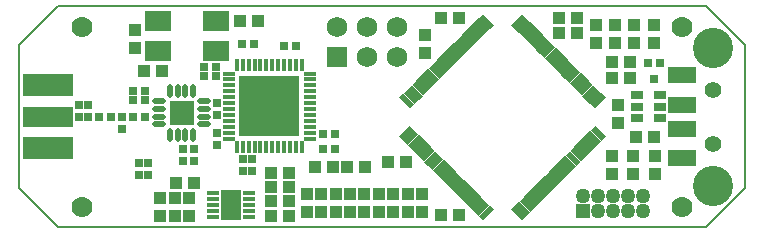
<source format=gts>
G04 (created by PCBNEW-RS274X (2010-12-28 BZR 2695)-testing) date Sun Apr 24 11:48:03 2011*
G01*
G70*
G90*
%MOIN*%
G04 Gerber Fmt 3.4, Leading zero omitted, Abs format*
%FSLAX34Y34*%
G04 APERTURE LIST*
%ADD10C,0.008000*%
%ADD11R,0.165500X0.067100*%
%ADD12R,0.165500X0.076900*%
%ADD13R,0.030000X0.030000*%
%ADD14R,0.089700X0.071000*%
%ADD15R,0.068000X0.068000*%
%ADD16C,0.068000*%
%ADD17C,0.070000*%
%ADD18R,0.042000X0.042000*%
%ADD19R,0.050000X0.050000*%
%ADD20C,0.050000*%
%ADD21R,0.030000X0.028000*%
%ADD22R,0.031600X0.031600*%
%ADD23R,0.039500X0.029700*%
%ADD24O,0.041000X0.016600*%
%ADD25O,0.016600X0.041000*%
%ADD26R,0.200900X0.200900*%
%ADD27O,0.045000X0.019400*%
%ADD28O,0.019400X0.045000*%
%ADD29R,0.081000X0.081000*%
%ADD30O,0.043600X0.016600*%
%ADD31R,0.070600X0.100100*%
%ADD32R,0.096600X0.055200*%
%ADD33C,0.055200*%
%ADD34C,0.134000*%
G04 APERTURE END LIST*
G54D10*
X19200Y-14320D02*
X40800Y-14320D01*
X40800Y-21680D02*
X19200Y-21680D01*
X17900Y-20380D02*
X17900Y-15620D01*
X42100Y-20380D02*
X42100Y-15620D01*
X17900Y-20380D02*
X19200Y-21680D01*
X42100Y-20380D02*
X40800Y-21680D01*
X42100Y-15620D02*
X40800Y-14320D01*
X17900Y-15620D02*
X19200Y-14320D01*
G54D11*
X18837Y-18000D03*
G54D12*
X18837Y-16951D03*
X18837Y-19049D03*
G54D13*
X20966Y-18000D03*
X20566Y-18000D03*
G54D14*
X22531Y-15792D03*
X24469Y-14808D03*
X24469Y-15792D03*
X22531Y-14808D03*
G54D10*
G36*
X34792Y-21301D02*
X34656Y-21437D01*
X34294Y-21075D01*
X34430Y-20939D01*
X34792Y-21301D01*
X34792Y-21301D01*
G37*
G36*
X34931Y-21161D02*
X34795Y-21297D01*
X34433Y-20935D01*
X34569Y-20799D01*
X34931Y-21161D01*
X34931Y-21161D01*
G37*
G36*
X35071Y-21022D02*
X34935Y-21158D01*
X34573Y-20796D01*
X34709Y-20660D01*
X35071Y-21022D01*
X35071Y-21022D01*
G37*
G36*
X35209Y-20883D02*
X35073Y-21019D01*
X34711Y-20657D01*
X34847Y-20521D01*
X35209Y-20883D01*
X35209Y-20883D01*
G37*
G36*
X35349Y-20744D02*
X35213Y-20880D01*
X34851Y-20518D01*
X34987Y-20382D01*
X35349Y-20744D01*
X35349Y-20744D01*
G37*
G36*
X35488Y-20605D02*
X35352Y-20741D01*
X34990Y-20379D01*
X35126Y-20243D01*
X35488Y-20605D01*
X35488Y-20605D01*
G37*
G36*
X35627Y-20466D02*
X35491Y-20602D01*
X35129Y-20240D01*
X35265Y-20104D01*
X35627Y-20466D01*
X35627Y-20466D01*
G37*
G36*
X35766Y-20326D02*
X35630Y-20462D01*
X35268Y-20100D01*
X35404Y-19964D01*
X35766Y-20326D01*
X35766Y-20326D01*
G37*
G36*
X35906Y-20187D02*
X35770Y-20323D01*
X35408Y-19961D01*
X35544Y-19825D01*
X35906Y-20187D01*
X35906Y-20187D01*
G37*
G36*
X36045Y-20048D02*
X35909Y-20184D01*
X35547Y-19822D01*
X35683Y-19686D01*
X36045Y-20048D01*
X36045Y-20048D01*
G37*
G36*
X36184Y-19909D02*
X36048Y-20045D01*
X35686Y-19683D01*
X35822Y-19547D01*
X36184Y-19909D01*
X36184Y-19909D01*
G37*
G36*
X36323Y-19770D02*
X36187Y-19906D01*
X35825Y-19544D01*
X35961Y-19408D01*
X36323Y-19770D01*
X36323Y-19770D01*
G37*
G36*
X36462Y-19630D02*
X36326Y-19766D01*
X35964Y-19404D01*
X36100Y-19268D01*
X36462Y-19630D01*
X36462Y-19630D01*
G37*
G36*
X36602Y-19491D02*
X36466Y-19627D01*
X36104Y-19265D01*
X36240Y-19129D01*
X36602Y-19491D01*
X36602Y-19491D01*
G37*
G36*
X36741Y-19352D02*
X36605Y-19488D01*
X36243Y-19126D01*
X36379Y-18990D01*
X36741Y-19352D01*
X36741Y-19352D01*
G37*
G36*
X36880Y-19213D02*
X36744Y-19349D01*
X36382Y-18987D01*
X36518Y-18851D01*
X36880Y-19213D01*
X36880Y-19213D01*
G37*
G36*
X37019Y-19073D02*
X36883Y-19209D01*
X36521Y-18847D01*
X36657Y-18711D01*
X37019Y-19073D01*
X37019Y-19073D01*
G37*
G36*
X37158Y-18935D02*
X37022Y-19071D01*
X36660Y-18709D01*
X36796Y-18573D01*
X37158Y-18935D01*
X37158Y-18935D01*
G37*
G36*
X37297Y-18795D02*
X37161Y-18931D01*
X36799Y-18569D01*
X36935Y-18433D01*
X37297Y-18795D01*
X37297Y-18795D01*
G37*
G36*
X37437Y-18656D02*
X37301Y-18792D01*
X36939Y-18430D01*
X37075Y-18294D01*
X37437Y-18656D01*
X37437Y-18656D01*
G37*
G36*
X37301Y-17208D02*
X37437Y-17344D01*
X37075Y-17706D01*
X36939Y-17570D01*
X37301Y-17208D01*
X37301Y-17208D01*
G37*
G36*
X37161Y-17069D02*
X37297Y-17205D01*
X36935Y-17567D01*
X36799Y-17431D01*
X37161Y-17069D01*
X37161Y-17069D01*
G37*
G36*
X37022Y-16929D02*
X37158Y-17065D01*
X36796Y-17427D01*
X36660Y-17291D01*
X37022Y-16929D01*
X37022Y-16929D01*
G37*
G36*
X36883Y-16791D02*
X37019Y-16927D01*
X36657Y-17289D01*
X36521Y-17153D01*
X36883Y-16791D01*
X36883Y-16791D01*
G37*
G36*
X36744Y-16651D02*
X36880Y-16787D01*
X36518Y-17149D01*
X36382Y-17013D01*
X36744Y-16651D01*
X36744Y-16651D01*
G37*
G36*
X36605Y-16512D02*
X36741Y-16648D01*
X36379Y-17010D01*
X36243Y-16874D01*
X36605Y-16512D01*
X36605Y-16512D01*
G37*
G36*
X36466Y-16373D02*
X36602Y-16509D01*
X36240Y-16871D01*
X36104Y-16735D01*
X36466Y-16373D01*
X36466Y-16373D01*
G37*
G36*
X36326Y-16234D02*
X36462Y-16370D01*
X36100Y-16732D01*
X35964Y-16596D01*
X36326Y-16234D01*
X36326Y-16234D01*
G37*
G36*
X36187Y-16094D02*
X36323Y-16230D01*
X35961Y-16592D01*
X35825Y-16456D01*
X36187Y-16094D01*
X36187Y-16094D01*
G37*
G36*
X36048Y-15955D02*
X36184Y-16091D01*
X35822Y-16453D01*
X35686Y-16317D01*
X36048Y-15955D01*
X36048Y-15955D01*
G37*
G36*
X35909Y-15816D02*
X36045Y-15952D01*
X35683Y-16314D01*
X35547Y-16178D01*
X35909Y-15816D01*
X35909Y-15816D01*
G37*
G36*
X35770Y-15677D02*
X35906Y-15813D01*
X35544Y-16175D01*
X35408Y-16039D01*
X35770Y-15677D01*
X35770Y-15677D01*
G37*
G36*
X35630Y-15538D02*
X35766Y-15674D01*
X35404Y-16036D01*
X35268Y-15900D01*
X35630Y-15538D01*
X35630Y-15538D01*
G37*
G36*
X35491Y-15398D02*
X35627Y-15534D01*
X35265Y-15896D01*
X35129Y-15760D01*
X35491Y-15398D01*
X35491Y-15398D01*
G37*
G36*
X35352Y-15259D02*
X35488Y-15395D01*
X35126Y-15757D01*
X34990Y-15621D01*
X35352Y-15259D01*
X35352Y-15259D01*
G37*
G36*
X35213Y-15120D02*
X35349Y-15256D01*
X34987Y-15618D01*
X34851Y-15482D01*
X35213Y-15120D01*
X35213Y-15120D01*
G37*
G36*
X35073Y-14981D02*
X35209Y-15117D01*
X34847Y-15479D01*
X34711Y-15343D01*
X35073Y-14981D01*
X35073Y-14981D01*
G37*
G36*
X34935Y-14842D02*
X35071Y-14978D01*
X34709Y-15340D01*
X34573Y-15204D01*
X34935Y-14842D01*
X34935Y-14842D01*
G37*
G36*
X34795Y-14703D02*
X34931Y-14839D01*
X34569Y-15201D01*
X34433Y-15065D01*
X34795Y-14703D01*
X34795Y-14703D01*
G37*
G36*
X34656Y-14563D02*
X34792Y-14699D01*
X34430Y-15061D01*
X34294Y-14925D01*
X34656Y-14563D01*
X34656Y-14563D01*
G37*
G36*
X33706Y-14925D02*
X33570Y-15061D01*
X33208Y-14699D01*
X33344Y-14563D01*
X33706Y-14925D01*
X33706Y-14925D01*
G37*
G36*
X33567Y-15065D02*
X33431Y-15201D01*
X33069Y-14839D01*
X33205Y-14703D01*
X33567Y-15065D01*
X33567Y-15065D01*
G37*
G36*
X33427Y-15204D02*
X33291Y-15340D01*
X32929Y-14978D01*
X33065Y-14842D01*
X33427Y-15204D01*
X33427Y-15204D01*
G37*
G36*
X33289Y-15343D02*
X33153Y-15479D01*
X32791Y-15117D01*
X32927Y-14981D01*
X33289Y-15343D01*
X33289Y-15343D01*
G37*
G36*
X33149Y-15482D02*
X33013Y-15618D01*
X32651Y-15256D01*
X32787Y-15120D01*
X33149Y-15482D01*
X33149Y-15482D01*
G37*
G36*
X33010Y-15621D02*
X32874Y-15757D01*
X32512Y-15395D01*
X32648Y-15259D01*
X33010Y-15621D01*
X33010Y-15621D01*
G37*
G36*
X32871Y-15760D02*
X32735Y-15896D01*
X32373Y-15534D01*
X32509Y-15398D01*
X32871Y-15760D01*
X32871Y-15760D01*
G37*
G36*
X32732Y-15900D02*
X32596Y-16036D01*
X32234Y-15674D01*
X32370Y-15538D01*
X32732Y-15900D01*
X32732Y-15900D01*
G37*
G36*
X32592Y-16039D02*
X32456Y-16175D01*
X32094Y-15813D01*
X32230Y-15677D01*
X32592Y-16039D01*
X32592Y-16039D01*
G37*
G36*
X32453Y-16178D02*
X32317Y-16314D01*
X31955Y-15952D01*
X32091Y-15816D01*
X32453Y-16178D01*
X32453Y-16178D01*
G37*
G36*
X32314Y-16317D02*
X32178Y-16453D01*
X31816Y-16091D01*
X31952Y-15955D01*
X32314Y-16317D01*
X32314Y-16317D01*
G37*
G36*
X32175Y-16456D02*
X32039Y-16592D01*
X31677Y-16230D01*
X31813Y-16094D01*
X32175Y-16456D01*
X32175Y-16456D01*
G37*
G36*
X32036Y-16596D02*
X31900Y-16732D01*
X31538Y-16370D01*
X31674Y-16234D01*
X32036Y-16596D01*
X32036Y-16596D01*
G37*
G36*
X31896Y-16735D02*
X31760Y-16871D01*
X31398Y-16509D01*
X31534Y-16373D01*
X31896Y-16735D01*
X31896Y-16735D01*
G37*
G36*
X31757Y-16874D02*
X31621Y-17010D01*
X31259Y-16648D01*
X31395Y-16512D01*
X31757Y-16874D01*
X31757Y-16874D01*
G37*
G36*
X31618Y-17013D02*
X31482Y-17149D01*
X31120Y-16787D01*
X31256Y-16651D01*
X31618Y-17013D01*
X31618Y-17013D01*
G37*
G36*
X31479Y-17153D02*
X31343Y-17289D01*
X30981Y-16927D01*
X31117Y-16791D01*
X31479Y-17153D01*
X31479Y-17153D01*
G37*
G36*
X31340Y-17291D02*
X31204Y-17427D01*
X30842Y-17065D01*
X30978Y-16929D01*
X31340Y-17291D01*
X31340Y-17291D01*
G37*
G36*
X31201Y-17431D02*
X31065Y-17567D01*
X30703Y-17205D01*
X30839Y-17069D01*
X31201Y-17431D01*
X31201Y-17431D01*
G37*
G36*
X31061Y-17570D02*
X30925Y-17706D01*
X30563Y-17344D01*
X30699Y-17208D01*
X31061Y-17570D01*
X31061Y-17570D01*
G37*
G36*
X30925Y-18294D02*
X31061Y-18430D01*
X30699Y-18792D01*
X30563Y-18656D01*
X30925Y-18294D01*
X30925Y-18294D01*
G37*
G36*
X31065Y-18433D02*
X31201Y-18569D01*
X30839Y-18931D01*
X30703Y-18795D01*
X31065Y-18433D01*
X31065Y-18433D01*
G37*
G36*
X31204Y-18573D02*
X31340Y-18709D01*
X30978Y-19071D01*
X30842Y-18935D01*
X31204Y-18573D01*
X31204Y-18573D01*
G37*
G36*
X31343Y-18711D02*
X31479Y-18847D01*
X31117Y-19209D01*
X30981Y-19073D01*
X31343Y-18711D01*
X31343Y-18711D01*
G37*
G36*
X31482Y-18851D02*
X31618Y-18987D01*
X31256Y-19349D01*
X31120Y-19213D01*
X31482Y-18851D01*
X31482Y-18851D01*
G37*
G36*
X31621Y-18990D02*
X31757Y-19126D01*
X31395Y-19488D01*
X31259Y-19352D01*
X31621Y-18990D01*
X31621Y-18990D01*
G37*
G36*
X31760Y-19129D02*
X31896Y-19265D01*
X31534Y-19627D01*
X31398Y-19491D01*
X31760Y-19129D01*
X31760Y-19129D01*
G37*
G36*
X31900Y-19268D02*
X32036Y-19404D01*
X31674Y-19766D01*
X31538Y-19630D01*
X31900Y-19268D01*
X31900Y-19268D01*
G37*
G36*
X32039Y-19408D02*
X32175Y-19544D01*
X31813Y-19906D01*
X31677Y-19770D01*
X32039Y-19408D01*
X32039Y-19408D01*
G37*
G36*
X32178Y-19547D02*
X32314Y-19683D01*
X31952Y-20045D01*
X31816Y-19909D01*
X32178Y-19547D01*
X32178Y-19547D01*
G37*
G36*
X32317Y-19686D02*
X32453Y-19822D01*
X32091Y-20184D01*
X31955Y-20048D01*
X32317Y-19686D01*
X32317Y-19686D01*
G37*
G36*
X32456Y-19825D02*
X32592Y-19961D01*
X32230Y-20323D01*
X32094Y-20187D01*
X32456Y-19825D01*
X32456Y-19825D01*
G37*
G36*
X32596Y-19964D02*
X32732Y-20100D01*
X32370Y-20462D01*
X32234Y-20326D01*
X32596Y-19964D01*
X32596Y-19964D01*
G37*
G36*
X32735Y-20104D02*
X32871Y-20240D01*
X32509Y-20602D01*
X32373Y-20466D01*
X32735Y-20104D01*
X32735Y-20104D01*
G37*
G36*
X32874Y-20243D02*
X33010Y-20379D01*
X32648Y-20741D01*
X32512Y-20605D01*
X32874Y-20243D01*
X32874Y-20243D01*
G37*
G36*
X33013Y-20382D02*
X33149Y-20518D01*
X32787Y-20880D01*
X32651Y-20744D01*
X33013Y-20382D01*
X33013Y-20382D01*
G37*
G36*
X33153Y-20521D02*
X33289Y-20657D01*
X32927Y-21019D01*
X32791Y-20883D01*
X33153Y-20521D01*
X33153Y-20521D01*
G37*
G36*
X33291Y-20660D02*
X33427Y-20796D01*
X33065Y-21158D01*
X32929Y-21022D01*
X33291Y-20660D01*
X33291Y-20660D01*
G37*
G36*
X33431Y-20799D02*
X33567Y-20935D01*
X33205Y-21297D01*
X33069Y-21161D01*
X33431Y-20799D01*
X33431Y-20799D01*
G37*
G36*
X33570Y-20939D02*
X33706Y-21075D01*
X33344Y-21437D01*
X33208Y-21301D01*
X33570Y-20939D01*
X33570Y-20939D01*
G37*
G54D15*
X28500Y-16000D03*
G54D16*
X28500Y-15000D03*
X29500Y-16000D03*
X29500Y-15000D03*
X30500Y-16000D03*
X30500Y-15000D03*
G54D17*
X20000Y-15000D03*
X40000Y-15000D03*
X40000Y-21000D03*
X20000Y-21000D03*
G54D13*
X20200Y-18000D03*
X20200Y-17600D03*
X22100Y-17150D03*
X21700Y-17150D03*
X21332Y-18000D03*
X21332Y-18400D03*
X22100Y-17450D03*
X21700Y-17450D03*
X21700Y-18000D03*
X22100Y-18000D03*
X22199Y-19946D03*
X22199Y-19546D03*
X21899Y-19946D03*
X21899Y-19546D03*
X23712Y-19478D03*
X23712Y-19078D03*
X24495Y-18938D03*
X24495Y-18538D03*
X24050Y-16350D03*
X24450Y-16350D03*
X24050Y-16650D03*
X24450Y-16650D03*
X25340Y-19820D03*
X25340Y-19420D03*
X25640Y-19420D03*
X25640Y-19820D03*
X27110Y-15630D03*
X26710Y-15630D03*
X28020Y-18580D03*
X28420Y-18580D03*
X28020Y-19080D03*
X28420Y-19080D03*
X19900Y-18000D03*
X19900Y-17600D03*
X23352Y-19478D03*
X23352Y-19078D03*
X25730Y-15570D03*
X25330Y-15570D03*
G54D18*
X28440Y-20580D03*
X28440Y-21180D03*
X29400Y-20580D03*
X29400Y-21180D03*
X30360Y-20580D03*
X30360Y-21180D03*
X31320Y-20580D03*
X31320Y-21180D03*
X37640Y-19900D03*
X37640Y-19300D03*
X37120Y-15540D03*
X37120Y-14940D03*
X27960Y-21180D03*
X27960Y-20580D03*
X28920Y-21180D03*
X28920Y-20580D03*
X29880Y-21180D03*
X29880Y-20580D03*
X30840Y-21180D03*
X30840Y-20580D03*
X38360Y-19900D03*
X38360Y-19300D03*
X37760Y-15540D03*
X37760Y-14940D03*
X30780Y-19520D03*
X30180Y-19520D03*
X31940Y-21280D03*
X32540Y-21280D03*
X31420Y-15280D03*
X31420Y-15880D03*
X29420Y-19680D03*
X28820Y-19680D03*
X32540Y-14720D03*
X31940Y-14720D03*
X28340Y-19680D03*
X27740Y-19680D03*
X37840Y-18200D03*
X37840Y-17600D03*
X36500Y-15200D03*
X35900Y-15200D03*
X27480Y-20580D03*
X27480Y-21180D03*
X39080Y-19300D03*
X39080Y-19900D03*
X36500Y-14720D03*
X35900Y-14720D03*
X38400Y-14940D03*
X38400Y-15540D03*
X37660Y-16160D03*
X38260Y-16160D03*
X37660Y-16720D03*
X38260Y-16720D03*
X39040Y-14940D03*
X39040Y-15540D03*
X38460Y-18680D03*
X39060Y-18680D03*
G54D19*
X36700Y-21150D03*
G54D20*
X36700Y-20650D03*
X37200Y-21150D03*
X37200Y-20650D03*
X37700Y-21150D03*
X37700Y-20650D03*
X38200Y-21150D03*
X38200Y-20650D03*
X38700Y-21150D03*
X38700Y-20650D03*
G54D21*
X24495Y-17954D03*
X24495Y-17534D03*
G54D18*
X22050Y-16470D03*
X22650Y-16470D03*
X26880Y-20340D03*
X26280Y-20340D03*
X26880Y-21300D03*
X26280Y-21300D03*
X26880Y-20820D03*
X26280Y-20820D03*
G54D22*
X39257Y-16204D03*
X38863Y-16204D03*
X39060Y-16756D03*
G54D18*
X21760Y-15120D03*
X21760Y-15720D03*
X25840Y-14820D03*
X25240Y-14820D03*
G54D23*
X38476Y-17286D03*
X38476Y-17660D03*
X38476Y-18034D03*
X39244Y-18034D03*
X39244Y-17660D03*
X39244Y-17286D03*
G54D24*
X24873Y-16557D03*
X24873Y-16754D03*
X24873Y-16951D03*
X24873Y-17148D03*
X24873Y-17345D03*
X24873Y-17542D03*
X24873Y-17738D03*
X24873Y-17935D03*
X24873Y-18132D03*
X24873Y-18329D03*
X24873Y-18526D03*
X24873Y-18723D03*
G54D25*
X25148Y-18998D03*
X25345Y-18998D03*
X25542Y-18998D03*
X25739Y-18998D03*
X25936Y-18998D03*
X26133Y-18998D03*
X26329Y-18998D03*
X26526Y-18998D03*
X26723Y-18998D03*
X26920Y-18998D03*
X27117Y-18998D03*
X27314Y-18998D03*
G54D24*
X27589Y-18723D03*
X27589Y-18526D03*
X27589Y-18329D03*
X27589Y-18132D03*
X27589Y-17935D03*
X27589Y-17738D03*
X27589Y-17542D03*
X27589Y-17345D03*
X27589Y-17148D03*
X27589Y-16951D03*
X27589Y-16754D03*
X27589Y-16557D03*
G54D25*
X27314Y-16282D03*
X27117Y-16282D03*
X26920Y-16282D03*
X26723Y-16282D03*
X26526Y-16282D03*
X26329Y-16282D03*
X26133Y-16282D03*
X25936Y-16282D03*
X25739Y-16282D03*
X25542Y-16282D03*
X25345Y-16282D03*
X25148Y-16282D03*
G54D26*
X26231Y-17640D03*
G54D27*
X24054Y-18256D03*
X24054Y-18000D03*
X24054Y-17744D03*
X24054Y-17488D03*
G54D28*
X23690Y-17124D03*
X23434Y-17124D03*
X23178Y-17124D03*
X22922Y-17124D03*
G54D27*
X22558Y-17488D03*
X22558Y-17744D03*
X22558Y-18000D03*
X22558Y-18256D03*
G54D28*
X22922Y-18620D03*
X23178Y-18620D03*
X23434Y-18620D03*
X23690Y-18620D03*
G54D29*
X23306Y-17872D03*
G54D30*
X25543Y-21334D03*
X25543Y-21137D03*
X25543Y-20940D03*
X25543Y-20743D03*
X25543Y-20546D03*
X24337Y-20546D03*
X24337Y-20743D03*
X24337Y-20940D03*
X24337Y-21137D03*
X24337Y-21334D03*
G54D31*
X24940Y-20940D03*
G54D18*
X23120Y-20220D03*
X23720Y-20220D03*
X22600Y-21300D03*
X22600Y-20700D03*
X23080Y-21300D03*
X23080Y-20700D03*
X23560Y-20700D03*
X23560Y-21300D03*
X26280Y-19860D03*
X26880Y-19860D03*
G54D32*
X39984Y-16622D03*
X39984Y-17606D03*
X39984Y-18394D03*
X39984Y-19378D03*
G54D33*
X41017Y-17104D03*
X41017Y-18896D03*
G54D34*
X41017Y-15697D03*
X41017Y-20303D03*
M02*

</source>
